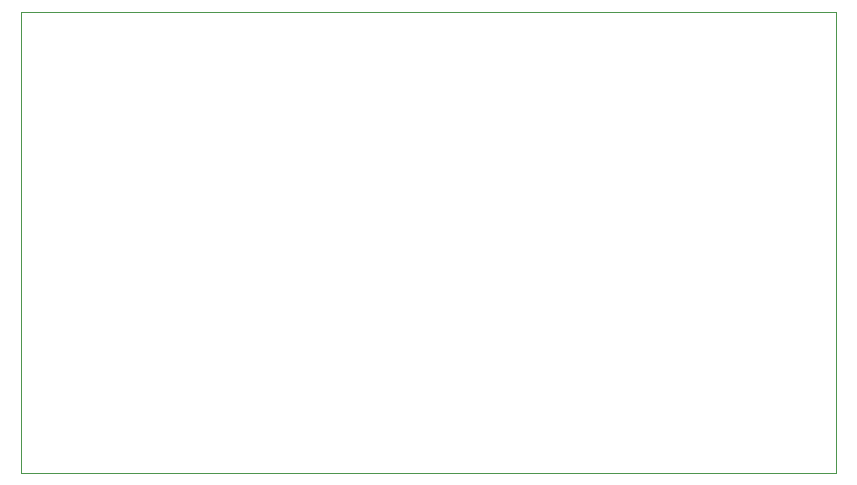
<source format=gm1>
G04 #@! TF.GenerationSoftware,KiCad,Pcbnew,8.0.0*
G04 #@! TF.CreationDate,2024-03-03T11:24:10+11:00*
G04 #@! TF.ProjectId,BatteryCharger,42617474-6572-4794-9368-61726765722e,rev?*
G04 #@! TF.SameCoordinates,Original*
G04 #@! TF.FileFunction,Profile,NP*
%FSLAX46Y46*%
G04 Gerber Fmt 4.6, Leading zero omitted, Abs format (unit mm)*
G04 Created by KiCad (PCBNEW 8.0.0) date 2024-03-03 11:24:10*
%MOMM*%
%LPD*%
G01*
G04 APERTURE LIST*
G04 #@! TA.AperFunction,Profile*
%ADD10C,0.100000*%
G04 #@! TD*
G04 APERTURE END LIST*
D10*
X94000000Y-85000000D02*
X163000000Y-85000000D01*
X163000000Y-124000000D01*
X94000000Y-124000000D01*
X94000000Y-85000000D01*
M02*

</source>
